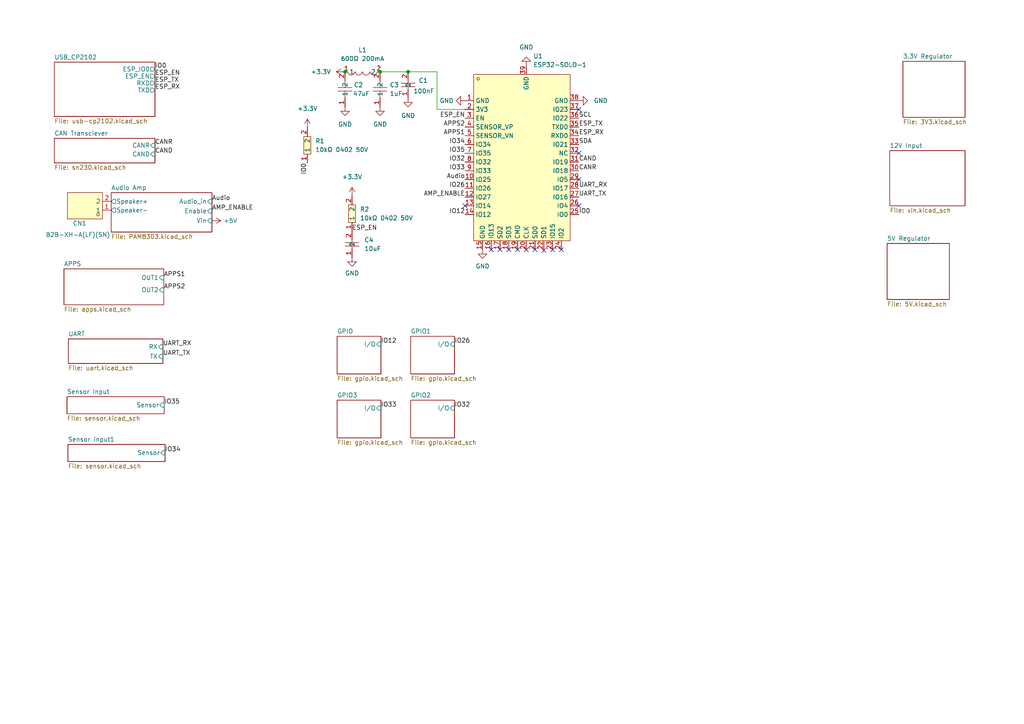
<source format=kicad_sch>
(kicad_sch (version 20211123) (generator eeschema)
  (paper "A4")
  (lib_symbols
    (symbol "easyeda2kicad: 6.3V 10uF X5R ±20% 0402"
      (property "Reference" "C" (at 0 5.08 0))
      (property "Value" " 6.3V 10uF X5R ±20% 0402" (at 0 -5.08 0))
      (symbol " 6.3V 10uF X5R ±20% 0402_0_1"
        (polyline (pts (xy -1.27 0) (xy -0.51 0)))
        (polyline (pts (xy -0.51 2.03) (xy -0.51 -2.03)))
        (polyline (pts (xy 0.51 0) (xy 1.27 0)))
        (polyline (pts (xy 0.51 2.03) (xy 0.51 -2.03)))
        (pin input line (at -3.81 0 0) (length 2.54) (name "1") (number "1"))
        (pin input line (at 3.81 0 180) (length 2.54) (name "2") (number "2"))
      )
    )
    (symbol "easyeda2kicad:10V 47uF X5R ±20% 1206"
      (property "Reference" "C" (at 0 5.08 0))
      (property "Value" "10V 47uF X5R ±20% 1206" (at 0 -5.08 0))
      (symbol "10V 47uF X5R ±20% 1206_0_1"
        (polyline (pts (xy -0.51 -2.03) (xy -0.51 2.03)))
        (polyline (pts (xy -0.51 0) (xy -2.54 0)))
        (polyline (pts (xy 0.51 2.03) (xy 0.51 -2.03)))
        (polyline (pts (xy 2.54 0) (xy 0.51 0)))
        (pin unspecified line (at -5.08 0 0) (length 2.54) (name "1") (number "1"))
        (pin unspecified line (at 5.08 0 180) (length 2.54) (name "2") (number "2"))
      )
    )
    (symbol "easyeda2kicad:10kΩ 0402 50V"
      (property "Reference" "R" (at 0 5.08 0))
      (property "Value" "10kΩ 0402 50V" (at 0 -5.08 0))
      (symbol "10kΩ 0402 50V_0_1"
        (rectangle (start -2.54 1.02) (end 2.54 -1.02) (fill (type background)))
        (pin input line (at -5.08 0 0) (length 2.54) (name "1") (number "1"))
        (pin input line (at 5.08 0 180) (length 2.54) (name "2") (number "2"))
      )
    )
    (symbol "easyeda2kicad:16V 100nF X7R ±10% 0402"
      (property "Reference" "C" (at 0 5.08 0))
      (property "Value" "16V 100nF X7R ±10% 0402" (at 0 -5.08 0))
      (symbol "16V 100nF X7R ±10% 0402_0_1"
        (polyline (pts (xy -1.27 0) (xy -0.51 0)))
        (polyline (pts (xy -0.51 2.03) (xy -0.51 -2.03)))
        (polyline (pts (xy 0.51 0) (xy 1.27 0)))
        (polyline (pts (xy 0.51 2.03) (xy 0.51 -2.03)))
        (pin input line (at -3.81 0 0) (length 2.54) (name "1") (number "1"))
        (pin input line (at 3.81 0 180) (length 2.54) (name "2") (number "2"))
      )
    )
    (symbol "easyeda2kicad:25V 1uF X5R ±10% 0402"
      (property "Reference" "C" (at 0 5.08 0))
      (property "Value" "25V 1uF X5R ±10% 0402" (at 0 -5.08 0))
      (symbol "25V 1uF X5R ±10% 0402_0_1"
        (polyline (pts (xy -0.51 -2.03) (xy -0.51 2.03)))
        (polyline (pts (xy -0.51 0) (xy -2.54 0)))
        (polyline (pts (xy 0.51 2.03) (xy 0.51 -2.03)))
        (polyline (pts (xy 2.54 0) (xy 0.51 0)))
        (pin unspecified line (at -5.08 0 0) (length 2.54) (name "1") (number "1"))
        (pin unspecified line (at 5.08 0 180) (length 2.54) (name "2") (number "2"))
      )
    )
    (symbol "easyeda2kicad:600Ω 200mA"
      (property "Reference" "L" (at 0 5.08 0))
      (property "Value" "600Ω 200mA" (at 0 -5.08 0))
      (symbol "600Ω 200mA_0_1"
        (arc (start -4.29 -0.02) (mid -2.52 -0.79) (end -2.27 -0.02))
        (arc (start -2.13 -0.02) (mid -0.36 -0.79) (end -0.11 -0.02))
        (arc (start 0.02 -0.02) (mid 1.79 -0.79) (end 2.04 -0.02))
        (arc (start 2.21 -0.02) (mid 3.3 -1.12) (end 4.23 -0.02))
        (pin unspecified line (at -5.08 0 0) (length 0.762) (name "1") (number "1"))
        (pin unspecified line (at 5.08 0 180) (length 0.762) (name "2") (number "2"))
      )
    )
    (symbol "easyeda2kicad:B2B-XH-A(LF)(SN)"
      (property "Reference" "CN" (at 0 6.35 0))
      (property "Value" "B2B-XH-A (LF)(SN)" (at 0 -6.35 0))
      (symbol "B2B-XH-A(LF)(SN)_0_1"
        (rectangle (start -3.81 3.81) (end 6.35 -3.81) (fill (type background)))
        (circle (center -2.54 2.54) (radius 0.38))
        (pin unspecified line (at -6.35 1.27 0) (length 2.54) (name "1") (number "1"))
        (pin unspecified line (at -6.35 -1.27 0) (length 2.54) (name "2") (number "2"))
      )
    )
    (symbol "easyeda2kicad:ESP32-SOLO-1"
      (property "Reference" "U" (at 0 31.75 0))
      (property "Value" "ESP32-SOLO-1" (at 0 -31.75 0))
      (symbol "ESP32-SOLO-1_0_1"
        (rectangle (start -13.97 24.13) (end 13.97 -24.13) (fill (type background)))
        (circle (center -12.7 22.86) (radius 0.38))
        (pin unspecified line (at -16.51 16.51 0) (length 2.54) (name "GND") (number "1"))
        (pin unspecified line (at -16.51 -6.35 0) (length 2.54) (name "IO25") (number "10"))
        (pin unspecified line (at -16.51 -8.89 0) (length 2.54) (name "IO26") (number "11"))
        (pin unspecified line (at -16.51 -11.43 0) (length 2.54) (name "IO27") (number "12"))
        (pin unspecified line (at -16.51 -13.97 0) (length 2.54) (name "IO14") (number "13"))
        (pin unspecified line (at -16.51 -16.51 0) (length 2.54) (name "IO12") (number "14"))
        (pin unspecified line (at -11.43 -26.67 90) (length 2.54) (name "GND") (number "15"))
        (pin unspecified line (at -8.89 -26.67 90) (length 2.54) (name "IO13") (number "16"))
        (pin unspecified line (at -6.35 -26.67 90) (length 2.54) (name "SD2") (number "17"))
        (pin unspecified line (at -3.81 -26.67 90) (length 2.54) (name "SD3") (number "18"))
        (pin unspecified line (at -1.27 -26.67 90) (length 2.54) (name "CMD") (number "19"))
        (pin unspecified line (at -16.51 13.97 0) (length 2.54) (name "3V3") (number "2"))
        (pin unspecified line (at 1.27 -26.67 90) (length 2.54) (name "CLK") (number "20"))
        (pin unspecified line (at 3.81 -26.67 90) (length 2.54) (name "SD0") (number "21"))
        (pin unspecified line (at 6.35 -26.67 90) (length 2.54) (name "SD1") (number "22"))
        (pin unspecified line (at 8.89 -26.67 90) (length 2.54) (name "IO15") (number "23"))
        (pin unspecified line (at 11.43 -26.67 90) (length 2.54) (name "IO2") (number "24"))
        (pin unspecified line (at 16.51 -16.51 180) (length 2.54) (name "IO0") (number "25"))
        (pin unspecified line (at 16.51 -13.97 180) (length 2.54) (name "IO4") (number "26"))
        (pin unspecified line (at 16.51 -11.43 180) (length 2.54) (name "IO16") (number "27"))
        (pin unspecified line (at 16.51 -8.89 180) (length 2.54) (name "IO17") (number "28"))
        (pin unspecified line (at 16.51 -6.35 180) (length 2.54) (name "IO5") (number "29"))
        (pin unspecified line (at -16.51 11.43 0) (length 2.54) (name "EN") (number "3"))
        (pin unspecified line (at 16.51 -3.81 180) (length 2.54) (name "IO18") (number "30"))
        (pin unspecified line (at 16.51 -1.27 180) (length 2.54) (name "IO19") (number "31"))
        (pin unspecified line (at 16.51 1.27 180) (length 2.54) (name "NC") (number "32"))
        (pin unspecified line (at 16.51 3.81 180) (length 2.54) (name "IO21") (number "33"))
        (pin unspecified line (at 16.51 6.35 180) (length 2.54) (name "RXD0") (number "34"))
        (pin unspecified line (at 16.51 8.89 180) (length 2.54) (name "TXD0") (number "35"))
        (pin unspecified line (at 16.51 11.43 180) (length 2.54) (name "IO22") (number "36"))
        (pin unspecified line (at 16.51 13.97 180) (length 2.54) (name "IO23") (number "37"))
        (pin unspecified line (at 16.51 16.51 180) (length 2.54) (name "GND") (number "38"))
        (pin unspecified line (at 1.27 26.67 270) (length 2.54) (name "GND") (number "39"))
        (pin unspecified line (at -16.51 8.89 0) (length 2.54) (name "SENSOR_VP") (number "4"))
        (pin unspecified line (at -16.51 6.35 0) (length 2.54) (name "SENSOR_VN") (number "5"))
        (pin unspecified line (at -16.51 3.81 0) (length 2.54) (name "IO34") (number "6"))
        (pin unspecified line (at -16.51 1.27 0) (length 2.54) (name "IO35") (number "7"))
        (pin unspecified line (at -16.51 -1.27 0) (length 2.54) (name "IO32") (number "8"))
        (pin unspecified line (at -16.51 -3.81 0) (length 2.54) (name "IO33") (number "9"))
      )
    )
    (symbol "power:+3.3V" (power) (pin_names (offset 0))
      (property "Value" "+3.3V" (at 0 3.556 0))
      (symbol "+3.3V_0_1"
        (polyline (pts (xy -0.762 1.27) (xy 0 2.54)))
        (polyline (pts (xy 0 0) (xy 0 2.54)))
        (polyline (pts (xy 0 2.54) (xy 0.762 1.27)))
      )
      (symbol "+3.3V_1_1"
        (pin power_in line (at 0 0 90) (length 0) hide (name "+3.3V") (number "1"))
      )
    )
    (symbol "power:+5V" (power) (pin_names (offset 0))
      (property "Value" "+5V" (at 0 3.556 0))
      (symbol "+5V_0_1"
        (polyline (pts (xy -0.762 1.27) (xy 0 2.54)))
        (polyline (pts (xy 0 0) (xy 0 2.54)))
        (polyline (pts (xy 0 2.54) (xy 0.762 1.27)))
      )
      (symbol "+5V_1_1"
        (pin power_in line (at 0 0 90) (length 0) hide (name "+5V") (number "1"))
      )
    )
    (symbol "power:GND" (power) (pin_names (offset 0))
      (property "Value" "GND" (at 0 -3.81 0))
      (symbol "GND_0_1"
        (polyline (pts (xy 0 0) (xy 0 -1.27) (xy 1.27 -1.27) (xy 0 -2.54) (xy -1.27 -1.27) (xy 0 -1.27)))
      )
      (symbol "GND_1_1"
        (pin power_in line (at 0 0 270) (length 0) hide (name "GND") (number "1"))
      )
    )
  )
  (junction (at 100.076 20.828))
  (junction (at 118.364 20.828))
  (junction (at 110.236 20.828))
  (no_connect (at 167.894 31.75))
  (no_connect (at 157.734 72.644))
  (no_connect (at 167.894 59.69))
  (no_connect (at 167.894 52.07))
  (no_connect (at 162.814 72.39))
  (no_connect (at 167.894 44.45))
  (no_connect (at 160.274 72.39))
  (no_connect (at 152.654 72.39))
  (no_connect (at 142.494 72.39))
  (no_connect (at 145.034 72.39))
  (no_connect (at 134.874 59.69))
  (no_connect (at 155.194 72.39))
  (no_connect (at 150.114 72.39))
  (no_connect (at 147.574 72.39))
  (wire (pts (xy 126.746 20.828) (xy 118.364 20.828)))
  (wire (pts (xy 134.874 31.75) (xy 126.746 31.75)))
  (wire (pts (xy 126.746 31.75) (xy 126.746 20.828)))
  (wire (pts (xy 118.364 20.828) (xy 110.236 20.828)))
  (label "IO35" (at 134.874 44.45 180))
  (label "APPS1" (at 47.498 80.518 0))
  (label "IO12" (at 134.874 62.23 180))
  (label "CANR" (at 167.894 49.53 0))
  (label "ESP_RX" (at 167.894 39.37 0))
  (label "UART_TX" (at 47.244 103.378 0))
  (label "Audio" (at 61.468 58.42 0))
  (label "IO26" (at 131.826 99.822 0))
  (label "IO32" (at 131.826 118.364 0))
  (label "APPS2" (at 47.498 84.074 0))
  (label "ESP_RX" (at 44.958 26.162 0))
  (label "IO34" (at 134.874 41.91 180))
  (label "AMP_ENABLE" (at 61.468 61.214 0))
  (label "UART_RX" (at 47.244 100.584 0))
  (label "CANR" (at 44.958 42.164 0))
  (label "IO32" (at 134.874 46.99 180))
  (label "ESP_EN" (at 44.958 22.098 0))
  (label "ESP_TX" (at 167.894 36.83 0))
  (label "IO0" (at 44.958 20.066 0))
  (label "CAND" (at 167.894 46.99 0))
  (label "IO0" (at 89.154 47.244 270))
  (label "SDA" (at 167.894 41.91 0))
  (label "IO33" (at 134.874 49.53 180))
  (label "APPS1" (at 134.874 39.37 180))
  (label "ESP_TX" (at 44.958 24.13 0))
  (label "UART_TX" (at 167.894 57.15 0))
  (label "CAND" (at 44.958 44.704 0))
  (label "APPS2" (at 134.874 36.83 180))
  (label "ESP_EN" (at 134.874 34.29 180))
  (label "Audio" (at 134.874 52.07 180))
  (label "IO12" (at 110.49 99.822 0))
  (label "ESP_EN" (at 102.108 67.056 0))
  (label "IO0" (at 167.894 62.23 0))
  (label "AMP_ENABLE" (at 134.874 57.15 180))
  (label "IO33" (at 110.49 118.364 0))
  (label "IO35" (at 47.625 117.475 0))
  (label "SCL" (at 167.894 34.29 0))
  (label "UART_RX" (at 167.894 54.61 0))
  (label "IO26" (at 134.874 54.61 180))
  (label "IO34" (at 47.879 131.318 0))
  (symbol (lib_id "easyeda2kicad:16V 100nF X7R ±10% 0402") (at 118.364 24.638 90) (unit 1)
    (property "Reference" "C1" (at 121.412 23.3679 90) (effects (justify right)))
    (property "Value" "100nF" (at 119.888 26.416 90) (effects (justify right)))
    (property "Footprint" "easyeda2kicad:C0402_NEW" (effects hide))
    (property "Datasheet" "https://lcsc.com/product-detail/Multilayer-Ceramic-Capacitors-MLCC-SMD-SMT_SAMSUNG_CL05B104KO5NNNC_100nF-104-10-16V_C1525.html" (effects hide))
    (property "Manufacturer" "SAMSUNG(三星)" (effects hide))
    (property "LCSC Part" "C1525" (effects hide))
    (property "JLC Part" "Basic Part" (effects hide))
  )
  (symbol (lib_id "easyeda2kicad:ESP32-SOLO-1") (at 151.384 45.72 0) (unit 1)
    (property "Reference" "U1" (at 154.6734 16.256 0) (effects (justify left)))
    (property "Value" "ESP32-SOLO-1" (at 154.6734 18.796 0) (effects (justify left)))
    (property "Footprint" "easyeda2kicad:WIFIM-SMD_38P-L25.5-W18.0-P1.27" (effects hide))
    (property "Datasheet" "https://lcsc.com/product-detail/WIFI-Modules_Espressif-Systems-ESP32-SOLO-1_C473005.html" (effects hide))
    (property "Manufacturer" "ESPRESSIF(乐鑫)" (effects hide))
    (property "LCSC Part" "C473005" (effects hide))
    (property "JLC Part" "Extended Part" (effects hide))
  )
  (symbol (lib_id "power:GND") (at 118.364 28.448 0) (unit 1)
    (property "Reference" "#PWR0105" (effects hide))
    (property "Value" "GND" (at 118.364 33.528 0))
  )
  (symbol (lib_id "power:+3.3V") (at 89.154 37.084 0) (unit 1)
    (property "Reference" "#PWR0107" (effects hide))
    (property "Value" "+3.3V" (at 89.154 31.496 0))
  )
  (symbol (lib_id "easyeda2kicad:B2B-XH-A(LF)(SN)") (at 25.908 59.69 180) (unit 1)
    (property "Reference" "CN1" (at 23.114 64.77 0))
    (property "Value" "B2B-XH-A(LF)(SN)" (at 22.606 68.072 0))
    (property "Footprint" "easyeda2kicad:CONN-TH_B2B-XH-A-LF-SN" (effects hide))
    (property "Datasheet" "https://lcsc.com/product-detail/XH-Connectors_JST_B2B-XH-A-LF-SN_XHsocket-1-2P-pitch2-5mm_C158012.html" (effects hide))
    (property "Manufacturer" "JST" (effects hide))
    (property "LCSC Part" "C158012" (effects hide))
    (property "JLC Part" "Extended Part" (effects hide))
  )
  (symbol (lib_id "power:GND") (at 139.954 72.39 0) (unit 1)
    (property "Reference" "#PWR0104" (effects hide))
    (property "Value" "GND" (at 139.954 77.216 0))
  )
  (symbol (lib_id "easyeda2kicad: 6.3V 10uF X5R ±20% 0402") (at 102.108 70.866 90) (unit 1)
    (property "Reference" "C4" (at 105.664 69.5959 90) (effects (justify right)))
    (property "Value" "10uF" (at 105.664 72.1359 90) (effects (justify right)))
    (property "Footprint" "easyeda2kicad:C0402" (effects hide))
    (property "Datasheet" "https://lcsc.com/product-detail/Multilayer-Ceramic-Capacitors-MLCC-SMD-SMT_SAMSUNG_CL05A106MQ5NUNC_10uF-106-20-6-3V_C15525.html" (effects hide))
    (property "Manufacturer" "SAMSUNG(三星)" (effects hide))
    (property "LCSC Part" "C15525" (effects hide))
    (property "JLC Part" "Basic Part" (effects hide))
  )
  (symbol (lib_id "power:GND") (at 167.894 29.21 90) (unit 1)
    (property "Reference" "#PWR0103" (effects hide))
    (property "Value" "GND" (at 172.212 29.2099 90) (effects (justify right)))
  )
  (symbol (lib_id "power:GND") (at 102.108 74.676 0) (unit 1)
    (property "Reference" "#PWR0112" (effects hide))
    (property "Value" "GND" (at 102.108 79.248 0))
  )
  (symbol (lib_id "easyeda2kicad:600Ω 200mA") (at 105.156 20.828 0) (unit 1)
    (property "Reference" "L1" (at 105.156 14.478 0))
    (property "Value" "600Ω 200mA" (at 105.156 17.018 0))
    (property "Footprint" "easyeda2kicad:L0603" (effects hide))
    (property "Datasheet" "https://lcsc.com/product-detail/Ferrite-Beads-And-Chips_600R-25-100MHz_C1002.html" (effects hide))
    (property "Manufacturer" "Sunlord(顺络)" (effects hide))
    (property "LCSC Part" "C1002" (effects hide))
    (property "JLC Part" "Basic Part" (effects hide))
  )
  (symbol (lib_id "power:GND") (at 134.874 29.21 270) (unit 1)
    (property "Reference" "#PWR0102" (effects hide))
    (property "Value" "GND" (at 131.572 29.2099 90) (effects (justify right)))
  )
  (symbol (lib_id "power:+5V") (at 61.468 64.008 270) (unit 1)
    (property "Reference" "#PWR0110" (effects hide))
    (property "Value" "+5V" (at 64.77 64.0079 90) (effects (justify left)))
  )
  (symbol (lib_id "easyeda2kicad:10kΩ 0402 50V") (at 102.108 61.976 90) (unit 1)
    (property "Reference" "R2" (at 104.394 60.7059 90) (effects (justify right)))
    (property "Value" "10kΩ 0402 50V" (at 104.394 63.2459 90) (effects (justify right)))
    (property "Footprint" "easyeda2kicad:R0402" (effects hide))
    (property "Datasheet" "https://lcsc.com/product-detail/Chip-Resistor-Surface-Mount-UniOhm_10KR-1002-1_C25744.html" (effects hide))
    (property "Manufacturer" "UNI-ROYAL(厚声)" (effects hide))
    (property "LCSC Part" "C25744" (effects hide))
    (property "JLC Part" "Basic Part" (effects hide))
  )
  (symbol (lib_id "power:+3.3V") (at 102.108 56.896 0) (unit 1)
    (property "Reference" "#PWR0111" (effects hide))
    (property "Value" "+3.3V" (at 102.108 51.308 0))
  )
  (symbol (lib_id "power:GND") (at 110.236 30.988 0) (unit 1)
    (property "Reference" "#PWR0106" (effects hide))
    (property "Value" "GND" (at 110.236 36.068 0))
  )
  (symbol (lib_id "power:GND") (at 152.654 19.05 180) (unit 1)
    (property "Reference" "#PWR0101" (effects hide))
    (property "Value" "GND" (at 152.654 13.716 0))
  )
  (symbol (lib_id "power:GND") (at 100.076 30.988 0) (unit 1)
    (property "Reference" "#PWR0108" (effects hide))
    (property "Value" "GND" (at 100.076 36.068 0))
  )
  (symbol (lib_id "power:+3.3V") (at 100.076 20.828 90) (unit 1)
    (property "Reference" "#PWR0109" (effects hide))
    (property "Value" "+3.3V" (at 96.012 20.8279 90) (effects (justify left)))
  )
  (symbol (lib_id "easyeda2kicad:10kΩ 0402 50V") (at 89.154 42.164 90) (unit 1)
    (property "Reference" "R1" (at 91.44 40.8939 90) (effects (justify right)))
    (property "Value" "10kΩ 0402 50V" (at 91.44 43.4339 90) (effects (justify right)))
    (property "Footprint" "easyeda2kicad:R0402" (effects hide))
    (property "Datasheet" "https://lcsc.com/product-detail/Chip-Resistor-Surface-Mount-UniOhm_10KR-1002-1_C25744.html" (effects hide))
    (property "Manufacturer" "UNI-ROYAL(厚声)" (effects hide))
    (property "LCSC Part" "C25744" (effects hide))
    (property "JLC Part" "Basic Part" (effects hide))
  )
  (symbol (lib_id "easyeda2kicad:10V 47uF X5R ±20% 1206") (at 100.076 25.908 90) (unit 1)
    (property "Reference" "C2" (at 102.616 24.638 90) (effects (justify right)))
    (property "Value" "47uF" (at 102.362 27.178 90) (effects (justify right)))
    (property "Footprint" "easyeda2kicad:C1206" (effects hide))
    (property "Datasheet" "https://lcsc.com/product-detail/Multilayer-Ceramic-Capacitors-MLCC-SMD-SMT_SAMSUNG_CL31A476MPHNNNE_47uF-476-20-10V_C96123.html" (effects hide))
    (property "Manufacturer" "SAMSUNG(三星)" (effects hide))
    (property "LCSC Part" "C96123" (effects hide))
    (property "JLC Part" "Basic Part" (effects hide))
  )
  (symbol (lib_id "easyeda2kicad:25V 1uF X5R ±10% 0402") (at 110.236 25.908 90) (unit 1)
    (property "Reference" "C3" (at 113.03 24.638 90) (effects (justify right)))
    (property "Value" "1uF" (at 113.03 27.178 90) (effects (justify right)))
    (property "Footprint" "easyeda2kicad:C0402" (effects hide))
    (property "Datasheet" "https://lcsc.com/product-detail/Multilayer-Ceramic-Capacitors-MLCC-SMD-SMT_SAMSUNG_CL05A105KA5NQNC_1uF-105-10-25V_C52923.html" (effects hide))
    (property "Manufacturer" "SAMSUNG(三星)" (effects hide))
    (property "LCSC Part" "C52923" (effects hide))
    (property "JLC Part" "Basic Part" (effects hide))
  )
  (sheet (at 15.748 18.034) (size 29.21 15.748) (stroke (width 0.1524))
    (property "Sheet name" "USB_CP2102" (at 15.748 17.3224 0) (effects (justify left bottom)))
    (property "Sheet file" "usb-cp2102.kicad_sch" (at 15.748 34.3666 0) (effects (justify left top)))
    (pin "ESP_IO0" output (at 44.958 20.066 0))
    (pin "ESP_EN" output (at 44.958 22.098 0))
    (pin "RXD" output (at 44.958 24.13 0))
    (pin "TXD" output (at 44.958 26.162 0))
  )
  (sheet (at 119.126 97.536) (size 12.7 10.922) (stroke (width 0.1524))
    (property "Sheet name" "GPIO1" (at 119.126 96.8244 0) (effects (justify left bottom)))
    (property "Sheet file" "gpio.kicad_sch" (at 119.126 109.0426 0) (effects (justify left top)))
    (pin "I{slash}O" input (at 131.826 99.822 0))
  )
  (sheet (at 19.431 115.062) (size 28.194 4.953) (stroke (width 0.1524))
    (property "Sheet name" "Sensor Input" (at 19.431 114.3504 0) (effects (justify left bottom)))
    (property "Sheet file" "sensor.kicad_sch" (at 19.431 120.5996 0) (effects (justify left top)))
    (pin "Sensor" input (at 47.625 117.475 0))
  )
  (sheet (at 119.126 116.078) (size 12.7 10.922) (stroke (width 0.1524))
    (property "Sheet name" "GPIO2" (at 119.126 115.3664 0) (effects (justify left bottom)))
    (property "Sheet file" "gpio.kicad_sch" (at 119.126 127.5846 0) (effects (justify left top)))
    (pin "I{slash}O" input (at 131.826 118.364 0))
  )
  (sheet (at 258.064 43.688) (size 21.844 16.002) (stroke (width 0.1524))
    (property "Sheet name" "12V Input" (at 258.064 42.9764 0) (effects (justify left bottom)))
    (property "Sheet file" "vin.kicad_sch" (at 258.064 60.2746 0) (effects (justify left top)))
  )
  (sheet (at 32.258 55.88) (size 29.21 11.43) (stroke (width 0.1524))
    (property "Sheet name" "Audio Amp" (at 32.258 55.1684 0) (effects (justify left bottom)))
    (property "Sheet file" "PAM8303.kicad_sch" (at 32.258 67.8946 0) (effects (justify left top)))
    (pin "Speaker+" output (at 32.258 58.42 180))
    (pin "Audio_in" input (at 61.468 58.42 0))
    (pin "Vin" input (at 61.468 64.008 0))
    (pin "Speaker-" output (at 32.258 60.96 180))
    (pin "Enable" input (at 61.468 61.214 0))
  )
  (sheet (at 97.79 97.536) (size 12.7 10.922) (stroke (width 0.1524))
    (property "Sheet name" "GPIO" (at 97.79 96.8244 0) (effects (justify left bottom)))
    (property "Sheet file" "gpio.kicad_sch" (at 97.79 109.0426 0) (effects (justify left top)))
    (pin "I{slash}O" input (at 110.49 99.822 0))
  )
  (sheet (at 261.874 17.78) (size 18.034 16.256) (stroke (width 0.1524))
    (property "Sheet name" "3.3V Regulator" (at 261.874 17.0684 0) (effects (justify left bottom)))
    (property "Sheet file" "3V3.kicad_sch" (at 261.874 34.6206 0) (effects (justify left top)))
  )
  (sheet (at 257.302 70.612) (size 18.034 16.256) (stroke (width 0.1524))
    (property "Sheet name" "5V Regulator" (at 257.302 69.9004 0) (effects (justify left bottom)))
    (property "Sheet file" "5V.kicad_sch" (at 257.302 87.4526 0) (effects (justify left top)))
  )
  (sheet (at 18.542 77.978) (size 28.956 10.414) (stroke (width 0.1524))
    (property "Sheet name" "APPS" (at 18.542 77.2664 0) (effects (justify left bottom)))
    (property "Sheet file" "apps.kicad_sch" (at 18.542 88.9766 0) (effects (justify left top)))
    (pin "OUT1" input (at 47.498 80.518 0))
    (pin "OUT2" input (at 47.498 84.074 0))
  )
  (sheet (at 19.685 128.905) (size 28.194 4.953) (stroke (width 0.1524))
    (property "Sheet name" "Sensor Input1" (at 19.685 128.1934 0) (effects (justify left bottom)))
    (property "Sheet file" "sensor.kicad_sch" (at 19.685 134.4426 0) (effects (justify left top)))
    (pin "Sensor" input (at 47.879 131.318 0))
  )
  (sheet (at 19.812 98.298) (size 27.432 7.112) (stroke (width 0.1524))
    (property "Sheet name" "UART" (at 19.812 97.5864 0) (effects (justify left bottom)))
    (property "Sheet file" "uart.kicad_sch" (at 19.812 105.9946 0) (effects (justify left top)))
    (pin "RX" input (at 47.244 100.584 0))
    (pin "TX" input (at 47.244 103.378 0))
  )
  (sheet (at 15.748 40.132) (size 29.21 7.112) (stroke (width 0.1524))
    (property "Sheet name" "CAN Transciever" (at 15.748 39.4204 0) (effects (justify left bottom)))
    (property "Sheet file" "sn230.kicad_sch" (at 15.748 47.8286 0) (effects (justify left top)))
    (pin "CANR" input (at 44.958 42.164 0))
    (pin "CAND" input (at 44.958 44.704 0))
  )
  (sheet (at 97.79 116.078) (size 12.7 10.922) (stroke (width 0.1524))
    (property "Sheet name" "GPIO3" (at 97.79 115.3664 0) (effects (justify left bottom)))
    (property "Sheet file" "gpio.kicad_sch" (at 97.79 127.5846 0) (effects (justify left top)))
    (pin "I{slash}O" input (at 110.49 118.364 0))
  )
)
</source>
